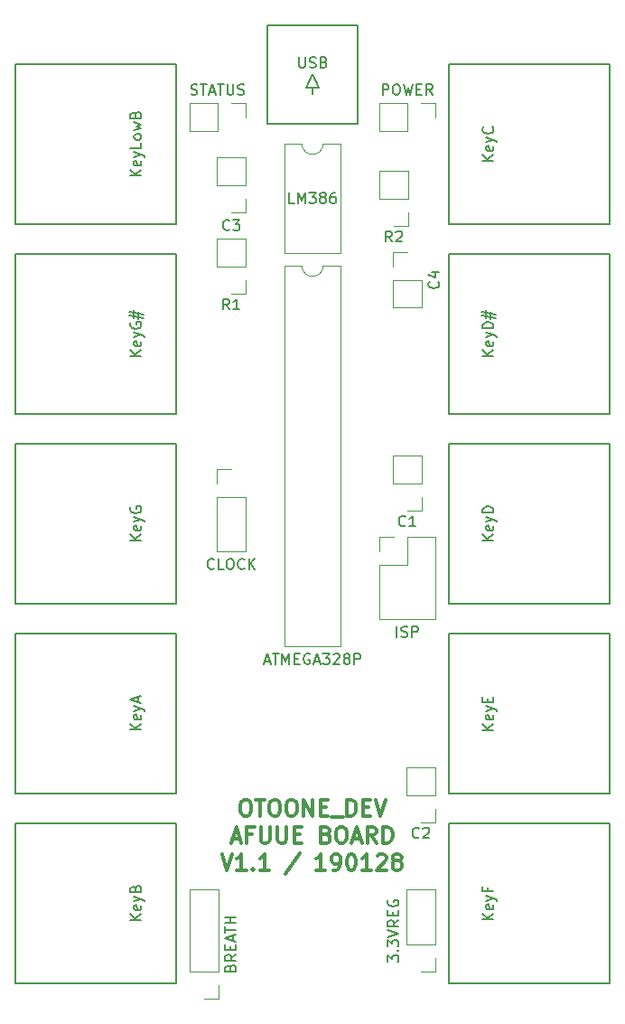
<source format=gto>
G04 #@! TF.FileFunction,Legend,Top*
%FSLAX46Y46*%
G04 Gerber Fmt 4.6, Leading zero omitted, Abs format (unit mm)*
G04 Created by KiCad (PCBNEW 4.0.1-stable) date 2019/01/29 0:04:04*
%MOMM*%
G01*
G04 APERTURE LIST*
%ADD10C,0.100000*%
%ADD11C,0.300000*%
%ADD12C,0.120000*%
%ADD13C,0.150000*%
G04 APERTURE END LIST*
D10*
D11*
X101990002Y-141418571D02*
X102490002Y-142918571D01*
X102990002Y-141418571D01*
X104275716Y-142918571D02*
X103418573Y-142918571D01*
X103847145Y-142918571D02*
X103847145Y-141418571D01*
X103704288Y-141632857D01*
X103561430Y-141775714D01*
X103418573Y-141847143D01*
X104918573Y-142775714D02*
X104990001Y-142847143D01*
X104918573Y-142918571D01*
X104847144Y-142847143D01*
X104918573Y-142775714D01*
X104918573Y-142918571D01*
X106418573Y-142918571D02*
X105561430Y-142918571D01*
X105990002Y-142918571D02*
X105990002Y-141418571D01*
X105847145Y-141632857D01*
X105704287Y-141775714D01*
X105561430Y-141847143D01*
X109275715Y-141347143D02*
X107990001Y-143275714D01*
X111704287Y-142918571D02*
X110847144Y-142918571D01*
X111275716Y-142918571D02*
X111275716Y-141418571D01*
X111132859Y-141632857D01*
X110990001Y-141775714D01*
X110847144Y-141847143D01*
X112418572Y-142918571D02*
X112704287Y-142918571D01*
X112847144Y-142847143D01*
X112918572Y-142775714D01*
X113061430Y-142561429D01*
X113132858Y-142275714D01*
X113132858Y-141704286D01*
X113061430Y-141561429D01*
X112990001Y-141490000D01*
X112847144Y-141418571D01*
X112561430Y-141418571D01*
X112418572Y-141490000D01*
X112347144Y-141561429D01*
X112275715Y-141704286D01*
X112275715Y-142061429D01*
X112347144Y-142204286D01*
X112418572Y-142275714D01*
X112561430Y-142347143D01*
X112847144Y-142347143D01*
X112990001Y-142275714D01*
X113061430Y-142204286D01*
X113132858Y-142061429D01*
X114061429Y-141418571D02*
X114204286Y-141418571D01*
X114347143Y-141490000D01*
X114418572Y-141561429D01*
X114490001Y-141704286D01*
X114561429Y-141990000D01*
X114561429Y-142347143D01*
X114490001Y-142632857D01*
X114418572Y-142775714D01*
X114347143Y-142847143D01*
X114204286Y-142918571D01*
X114061429Y-142918571D01*
X113918572Y-142847143D01*
X113847143Y-142775714D01*
X113775715Y-142632857D01*
X113704286Y-142347143D01*
X113704286Y-141990000D01*
X113775715Y-141704286D01*
X113847143Y-141561429D01*
X113918572Y-141490000D01*
X114061429Y-141418571D01*
X115990000Y-142918571D02*
X115132857Y-142918571D01*
X115561429Y-142918571D02*
X115561429Y-141418571D01*
X115418572Y-141632857D01*
X115275714Y-141775714D01*
X115132857Y-141847143D01*
X116561428Y-141561429D02*
X116632857Y-141490000D01*
X116775714Y-141418571D01*
X117132857Y-141418571D01*
X117275714Y-141490000D01*
X117347143Y-141561429D01*
X117418571Y-141704286D01*
X117418571Y-141847143D01*
X117347143Y-142061429D01*
X116490000Y-142918571D01*
X117418571Y-142918571D01*
X118275714Y-142061429D02*
X118132856Y-141990000D01*
X118061428Y-141918571D01*
X117989999Y-141775714D01*
X117989999Y-141704286D01*
X118061428Y-141561429D01*
X118132856Y-141490000D01*
X118275714Y-141418571D01*
X118561428Y-141418571D01*
X118704285Y-141490000D01*
X118775714Y-141561429D01*
X118847142Y-141704286D01*
X118847142Y-141775714D01*
X118775714Y-141918571D01*
X118704285Y-141990000D01*
X118561428Y-142061429D01*
X118275714Y-142061429D01*
X118132856Y-142132857D01*
X118061428Y-142204286D01*
X117989999Y-142347143D01*
X117989999Y-142632857D01*
X118061428Y-142775714D01*
X118132856Y-142847143D01*
X118275714Y-142918571D01*
X118561428Y-142918571D01*
X118704285Y-142847143D01*
X118775714Y-142775714D01*
X118847142Y-142632857D01*
X118847142Y-142347143D01*
X118775714Y-142204286D01*
X118704285Y-142132857D01*
X118561428Y-142061429D01*
X102990000Y-139950000D02*
X103704286Y-139950000D01*
X102847143Y-140378571D02*
X103347143Y-138878571D01*
X103847143Y-140378571D01*
X104847143Y-139592857D02*
X104347143Y-139592857D01*
X104347143Y-140378571D02*
X104347143Y-138878571D01*
X105061429Y-138878571D01*
X105632857Y-138878571D02*
X105632857Y-140092857D01*
X105704285Y-140235714D01*
X105775714Y-140307143D01*
X105918571Y-140378571D01*
X106204285Y-140378571D01*
X106347143Y-140307143D01*
X106418571Y-140235714D01*
X106490000Y-140092857D01*
X106490000Y-138878571D01*
X107204286Y-138878571D02*
X107204286Y-140092857D01*
X107275714Y-140235714D01*
X107347143Y-140307143D01*
X107490000Y-140378571D01*
X107775714Y-140378571D01*
X107918572Y-140307143D01*
X107990000Y-140235714D01*
X108061429Y-140092857D01*
X108061429Y-138878571D01*
X108775715Y-139592857D02*
X109275715Y-139592857D01*
X109490001Y-140378571D02*
X108775715Y-140378571D01*
X108775715Y-138878571D01*
X109490001Y-138878571D01*
X111775715Y-139592857D02*
X111990001Y-139664286D01*
X112061429Y-139735714D01*
X112132858Y-139878571D01*
X112132858Y-140092857D01*
X112061429Y-140235714D01*
X111990001Y-140307143D01*
X111847143Y-140378571D01*
X111275715Y-140378571D01*
X111275715Y-138878571D01*
X111775715Y-138878571D01*
X111918572Y-138950000D01*
X111990001Y-139021429D01*
X112061429Y-139164286D01*
X112061429Y-139307143D01*
X111990001Y-139450000D01*
X111918572Y-139521429D01*
X111775715Y-139592857D01*
X111275715Y-139592857D01*
X113061429Y-138878571D02*
X113347143Y-138878571D01*
X113490001Y-138950000D01*
X113632858Y-139092857D01*
X113704286Y-139378571D01*
X113704286Y-139878571D01*
X113632858Y-140164286D01*
X113490001Y-140307143D01*
X113347143Y-140378571D01*
X113061429Y-140378571D01*
X112918572Y-140307143D01*
X112775715Y-140164286D01*
X112704286Y-139878571D01*
X112704286Y-139378571D01*
X112775715Y-139092857D01*
X112918572Y-138950000D01*
X113061429Y-138878571D01*
X114275715Y-139950000D02*
X114990001Y-139950000D01*
X114132858Y-140378571D02*
X114632858Y-138878571D01*
X115132858Y-140378571D01*
X116490001Y-140378571D02*
X115990001Y-139664286D01*
X115632858Y-140378571D02*
X115632858Y-138878571D01*
X116204286Y-138878571D01*
X116347144Y-138950000D01*
X116418572Y-139021429D01*
X116490001Y-139164286D01*
X116490001Y-139378571D01*
X116418572Y-139521429D01*
X116347144Y-139592857D01*
X116204286Y-139664286D01*
X115632858Y-139664286D01*
X117132858Y-140378571D02*
X117132858Y-138878571D01*
X117490001Y-138878571D01*
X117704286Y-138950000D01*
X117847144Y-139092857D01*
X117918572Y-139235714D01*
X117990001Y-139521429D01*
X117990001Y-139735714D01*
X117918572Y-140021429D01*
X117847144Y-140164286D01*
X117704286Y-140307143D01*
X117490001Y-140378571D01*
X117132858Y-140378571D01*
X104097142Y-136338571D02*
X104382856Y-136338571D01*
X104525714Y-136410000D01*
X104668571Y-136552857D01*
X104739999Y-136838571D01*
X104739999Y-137338571D01*
X104668571Y-137624286D01*
X104525714Y-137767143D01*
X104382856Y-137838571D01*
X104097142Y-137838571D01*
X103954285Y-137767143D01*
X103811428Y-137624286D01*
X103739999Y-137338571D01*
X103739999Y-136838571D01*
X103811428Y-136552857D01*
X103954285Y-136410000D01*
X104097142Y-136338571D01*
X105168571Y-136338571D02*
X106025714Y-136338571D01*
X105597143Y-137838571D02*
X105597143Y-136338571D01*
X106811428Y-136338571D02*
X107097142Y-136338571D01*
X107240000Y-136410000D01*
X107382857Y-136552857D01*
X107454285Y-136838571D01*
X107454285Y-137338571D01*
X107382857Y-137624286D01*
X107240000Y-137767143D01*
X107097142Y-137838571D01*
X106811428Y-137838571D01*
X106668571Y-137767143D01*
X106525714Y-137624286D01*
X106454285Y-137338571D01*
X106454285Y-136838571D01*
X106525714Y-136552857D01*
X106668571Y-136410000D01*
X106811428Y-136338571D01*
X108382857Y-136338571D02*
X108668571Y-136338571D01*
X108811429Y-136410000D01*
X108954286Y-136552857D01*
X109025714Y-136838571D01*
X109025714Y-137338571D01*
X108954286Y-137624286D01*
X108811429Y-137767143D01*
X108668571Y-137838571D01*
X108382857Y-137838571D01*
X108240000Y-137767143D01*
X108097143Y-137624286D01*
X108025714Y-137338571D01*
X108025714Y-136838571D01*
X108097143Y-136552857D01*
X108240000Y-136410000D01*
X108382857Y-136338571D01*
X109668572Y-137838571D02*
X109668572Y-136338571D01*
X110525715Y-137838571D01*
X110525715Y-136338571D01*
X111240001Y-137052857D02*
X111740001Y-137052857D01*
X111954287Y-137838571D02*
X111240001Y-137838571D01*
X111240001Y-136338571D01*
X111954287Y-136338571D01*
X112240001Y-137981429D02*
X113382858Y-137981429D01*
X113740001Y-137838571D02*
X113740001Y-136338571D01*
X114097144Y-136338571D01*
X114311429Y-136410000D01*
X114454287Y-136552857D01*
X114525715Y-136695714D01*
X114597144Y-136981429D01*
X114597144Y-137195714D01*
X114525715Y-137481429D01*
X114454287Y-137624286D01*
X114311429Y-137767143D01*
X114097144Y-137838571D01*
X113740001Y-137838571D01*
X115240001Y-137052857D02*
X115740001Y-137052857D01*
X115954287Y-137838571D02*
X115240001Y-137838571D01*
X115240001Y-136338571D01*
X115954287Y-136338571D01*
X116382858Y-136338571D02*
X116882858Y-137838571D01*
X117382858Y-136338571D01*
D12*
X111490000Y-86300000D02*
G75*
G02X109490000Y-86300000I-1000000J0D01*
G01*
X109490000Y-86300000D02*
X107840000Y-86300000D01*
X107840000Y-86300000D02*
X107840000Y-121980000D01*
X107840000Y-121980000D02*
X113140000Y-121980000D01*
X113140000Y-121980000D02*
X113140000Y-86300000D01*
X113140000Y-86300000D02*
X111490000Y-86300000D01*
X116780000Y-119440000D02*
X121980000Y-119440000D01*
X116780000Y-114300000D02*
X116780000Y-119440000D01*
X121980000Y-111700000D02*
X121980000Y-119440000D01*
X116780000Y-114300000D02*
X119380000Y-114300000D01*
X119380000Y-114300000D02*
X119380000Y-111700000D01*
X119380000Y-111700000D02*
X121980000Y-111700000D01*
X116780000Y-113030000D02*
X116780000Y-111700000D01*
X116780000Y-111700000D02*
X118110000Y-111700000D01*
X101540000Y-113090000D02*
X104200000Y-113090000D01*
X101540000Y-107950000D02*
X101540000Y-113090000D01*
X104200000Y-107950000D02*
X104200000Y-113090000D01*
X101540000Y-107950000D02*
X104200000Y-107950000D01*
X101540000Y-106680000D02*
X101540000Y-105350000D01*
X101540000Y-105350000D02*
X102870000Y-105350000D01*
X101660000Y-144720000D02*
X99000000Y-144720000D01*
X101660000Y-152400000D02*
X101660000Y-144720000D01*
X99000000Y-152400000D02*
X99000000Y-144720000D01*
X101660000Y-152400000D02*
X99000000Y-152400000D01*
X101660000Y-153670000D02*
X101660000Y-155000000D01*
X101660000Y-155000000D02*
X100330000Y-155000000D01*
X116780000Y-71060000D02*
X116780000Y-73720000D01*
X119380000Y-71060000D02*
X116780000Y-71060000D01*
X119380000Y-73720000D02*
X116780000Y-73720000D01*
X119380000Y-71060000D02*
X119380000Y-73720000D01*
X120650000Y-71060000D02*
X121980000Y-71060000D01*
X121980000Y-71060000D02*
X121980000Y-72390000D01*
X104200000Y-83760000D02*
X101540000Y-83760000D01*
X104200000Y-86360000D02*
X104200000Y-83760000D01*
X101540000Y-86360000D02*
X101540000Y-83760000D01*
X104200000Y-86360000D02*
X101540000Y-86360000D01*
X104200000Y-87630000D02*
X104200000Y-88960000D01*
X104200000Y-88960000D02*
X102870000Y-88960000D01*
X119440000Y-77410000D02*
X116780000Y-77410000D01*
X119440000Y-80010000D02*
X119440000Y-77410000D01*
X116780000Y-80010000D02*
X116780000Y-77410000D01*
X119440000Y-80010000D02*
X116780000Y-80010000D01*
X119440000Y-81280000D02*
X119440000Y-82610000D01*
X119440000Y-82610000D02*
X118110000Y-82610000D01*
X99000000Y-71060000D02*
X99000000Y-73720000D01*
X101600000Y-71060000D02*
X99000000Y-71060000D01*
X101600000Y-73720000D02*
X99000000Y-73720000D01*
X101600000Y-71060000D02*
X101600000Y-73720000D01*
X102870000Y-71060000D02*
X104200000Y-71060000D01*
X104200000Y-71060000D02*
X104200000Y-72390000D01*
X121980000Y-144720000D02*
X119320000Y-144720000D01*
X121980000Y-149860000D02*
X121980000Y-144720000D01*
X119320000Y-149860000D02*
X119320000Y-144720000D01*
X121980000Y-149860000D02*
X119320000Y-149860000D01*
X121980000Y-151130000D02*
X121980000Y-152460000D01*
X121980000Y-152460000D02*
X120650000Y-152460000D01*
D13*
X82670000Y-82430000D02*
X82670000Y-67430000D01*
X82670000Y-67430000D02*
X97670000Y-67430000D01*
X97670000Y-67430000D02*
X97670000Y-82430000D01*
X97670000Y-82430000D02*
X82670000Y-82430000D01*
X82670000Y-100210000D02*
X82670000Y-85210000D01*
X82670000Y-85210000D02*
X97670000Y-85210000D01*
X97670000Y-85210000D02*
X97670000Y-100210000D01*
X97670000Y-100210000D02*
X82670000Y-100210000D01*
X82670000Y-117990000D02*
X82670000Y-102990000D01*
X82670000Y-102990000D02*
X97670000Y-102990000D01*
X97670000Y-102990000D02*
X97670000Y-117990000D01*
X97670000Y-117990000D02*
X82670000Y-117990000D01*
X82670000Y-135770000D02*
X82670000Y-120770000D01*
X82670000Y-120770000D02*
X97670000Y-120770000D01*
X97670000Y-120770000D02*
X97670000Y-135770000D01*
X97670000Y-135770000D02*
X82670000Y-135770000D01*
X82670000Y-153550000D02*
X82670000Y-138550000D01*
X82670000Y-138550000D02*
X97670000Y-138550000D01*
X97670000Y-138550000D02*
X97670000Y-153550000D01*
X97670000Y-153550000D02*
X82670000Y-153550000D01*
X138310000Y-138550000D02*
X138310000Y-153550000D01*
X138310000Y-153550000D02*
X123310000Y-153550000D01*
X123310000Y-153550000D02*
X123310000Y-138550000D01*
X123310000Y-138550000D02*
X138310000Y-138550000D01*
X138310000Y-120770000D02*
X138310000Y-135770000D01*
X138310000Y-135770000D02*
X123310000Y-135770000D01*
X123310000Y-135770000D02*
X123310000Y-120770000D01*
X123310000Y-120770000D02*
X138310000Y-120770000D01*
X138310000Y-102990000D02*
X138310000Y-117990000D01*
X138310000Y-117990000D02*
X123310000Y-117990000D01*
X123310000Y-117990000D02*
X123310000Y-102990000D01*
X123310000Y-102990000D02*
X138310000Y-102990000D01*
X138310000Y-85210000D02*
X138310000Y-100210000D01*
X138310000Y-100210000D02*
X123310000Y-100210000D01*
X123310000Y-100210000D02*
X123310000Y-85210000D01*
X123310000Y-85210000D02*
X138310000Y-85210000D01*
X138310000Y-67430000D02*
X138310000Y-82430000D01*
X138310000Y-82430000D02*
X123310000Y-82430000D01*
X123310000Y-82430000D02*
X123310000Y-67430000D01*
X123310000Y-67430000D02*
X138310000Y-67430000D01*
D12*
X120710000Y-104080000D02*
X118050000Y-104080000D01*
X120710000Y-106680000D02*
X120710000Y-104080000D01*
X118050000Y-106680000D02*
X118050000Y-104080000D01*
X120710000Y-106680000D02*
X118050000Y-106680000D01*
X120710000Y-107950000D02*
X120710000Y-109280000D01*
X120710000Y-109280000D02*
X119380000Y-109280000D01*
X118050000Y-90230000D02*
X120710000Y-90230000D01*
X118050000Y-87630000D02*
X118050000Y-90230000D01*
X120710000Y-87630000D02*
X120710000Y-90230000D01*
X118050000Y-87630000D02*
X120710000Y-87630000D01*
X118050000Y-86360000D02*
X118050000Y-85030000D01*
X118050000Y-85030000D02*
X119380000Y-85030000D01*
X104200000Y-76140000D02*
X101540000Y-76140000D01*
X104200000Y-78740000D02*
X104200000Y-76140000D01*
X101540000Y-78740000D02*
X101540000Y-76140000D01*
X104200000Y-78740000D02*
X101540000Y-78740000D01*
X104200000Y-80010000D02*
X104200000Y-81340000D01*
X104200000Y-81340000D02*
X102870000Y-81340000D01*
X111490000Y-74870000D02*
G75*
G02X109490000Y-74870000I-1000000J0D01*
G01*
X109490000Y-74870000D02*
X107840000Y-74870000D01*
X107840000Y-74870000D02*
X107840000Y-85150000D01*
X107840000Y-85150000D02*
X113140000Y-85150000D01*
X113140000Y-85150000D02*
X113140000Y-74870000D01*
X113140000Y-74870000D02*
X111490000Y-74870000D01*
X121980000Y-133290000D02*
X119320000Y-133290000D01*
X121980000Y-135890000D02*
X121980000Y-133290000D01*
X119320000Y-135890000D02*
X119320000Y-133290000D01*
X121980000Y-135890000D02*
X119320000Y-135890000D01*
X121980000Y-137160000D02*
X121980000Y-138490000D01*
X121980000Y-138490000D02*
X120650000Y-138490000D01*
D13*
X110490000Y-69590000D02*
X110490000Y-70190000D01*
X111090000Y-69590000D02*
X109890000Y-69590000D01*
X109890000Y-69590000D02*
X110490000Y-68390000D01*
X110490000Y-68390000D02*
X111090000Y-69590000D01*
X114690000Y-63790000D02*
X106290000Y-63790000D01*
X106290000Y-63790000D02*
X106290000Y-72990000D01*
X106290000Y-72990000D02*
X114690000Y-72990000D01*
X114690000Y-72990000D02*
X114690000Y-63790000D01*
X105990000Y-123356667D02*
X106466191Y-123356667D01*
X105894762Y-123642381D02*
X106228095Y-122642381D01*
X106561429Y-123642381D01*
X106751905Y-122642381D02*
X107323334Y-122642381D01*
X107037619Y-123642381D02*
X107037619Y-122642381D01*
X107656667Y-123642381D02*
X107656667Y-122642381D01*
X107990001Y-123356667D01*
X108323334Y-122642381D01*
X108323334Y-123642381D01*
X108799524Y-123118571D02*
X109132858Y-123118571D01*
X109275715Y-123642381D02*
X108799524Y-123642381D01*
X108799524Y-122642381D01*
X109275715Y-122642381D01*
X110228096Y-122690000D02*
X110132858Y-122642381D01*
X109990001Y-122642381D01*
X109847143Y-122690000D01*
X109751905Y-122785238D01*
X109704286Y-122880476D01*
X109656667Y-123070952D01*
X109656667Y-123213810D01*
X109704286Y-123404286D01*
X109751905Y-123499524D01*
X109847143Y-123594762D01*
X109990001Y-123642381D01*
X110085239Y-123642381D01*
X110228096Y-123594762D01*
X110275715Y-123547143D01*
X110275715Y-123213810D01*
X110085239Y-123213810D01*
X110656667Y-123356667D02*
X111132858Y-123356667D01*
X110561429Y-123642381D02*
X110894762Y-122642381D01*
X111228096Y-123642381D01*
X111466191Y-122642381D02*
X112085239Y-122642381D01*
X111751905Y-123023333D01*
X111894763Y-123023333D01*
X111990001Y-123070952D01*
X112037620Y-123118571D01*
X112085239Y-123213810D01*
X112085239Y-123451905D01*
X112037620Y-123547143D01*
X111990001Y-123594762D01*
X111894763Y-123642381D01*
X111609048Y-123642381D01*
X111513810Y-123594762D01*
X111466191Y-123547143D01*
X112466191Y-122737619D02*
X112513810Y-122690000D01*
X112609048Y-122642381D01*
X112847144Y-122642381D01*
X112942382Y-122690000D01*
X112990001Y-122737619D01*
X113037620Y-122832857D01*
X113037620Y-122928095D01*
X112990001Y-123070952D01*
X112418572Y-123642381D01*
X113037620Y-123642381D01*
X113609048Y-123070952D02*
X113513810Y-123023333D01*
X113466191Y-122975714D01*
X113418572Y-122880476D01*
X113418572Y-122832857D01*
X113466191Y-122737619D01*
X113513810Y-122690000D01*
X113609048Y-122642381D01*
X113799525Y-122642381D01*
X113894763Y-122690000D01*
X113942382Y-122737619D01*
X113990001Y-122832857D01*
X113990001Y-122880476D01*
X113942382Y-122975714D01*
X113894763Y-123023333D01*
X113799525Y-123070952D01*
X113609048Y-123070952D01*
X113513810Y-123118571D01*
X113466191Y-123166190D01*
X113418572Y-123261429D01*
X113418572Y-123451905D01*
X113466191Y-123547143D01*
X113513810Y-123594762D01*
X113609048Y-123642381D01*
X113799525Y-123642381D01*
X113894763Y-123594762D01*
X113942382Y-123547143D01*
X113990001Y-123451905D01*
X113990001Y-123261429D01*
X113942382Y-123166190D01*
X113894763Y-123118571D01*
X113799525Y-123070952D01*
X114418572Y-123642381D02*
X114418572Y-122642381D01*
X114799525Y-122642381D01*
X114894763Y-122690000D01*
X114942382Y-122737619D01*
X114990001Y-122832857D01*
X114990001Y-122975714D01*
X114942382Y-123070952D01*
X114894763Y-123118571D01*
X114799525Y-123166190D01*
X114418572Y-123166190D01*
X118403810Y-121102381D02*
X118403810Y-120102381D01*
X118832381Y-121054762D02*
X118975238Y-121102381D01*
X119213334Y-121102381D01*
X119308572Y-121054762D01*
X119356191Y-121007143D01*
X119403810Y-120911905D01*
X119403810Y-120816667D01*
X119356191Y-120721429D01*
X119308572Y-120673810D01*
X119213334Y-120626190D01*
X119022857Y-120578571D01*
X118927619Y-120530952D01*
X118880000Y-120483333D01*
X118832381Y-120388095D01*
X118832381Y-120292857D01*
X118880000Y-120197619D01*
X118927619Y-120150000D01*
X119022857Y-120102381D01*
X119260953Y-120102381D01*
X119403810Y-120150000D01*
X119832381Y-121102381D02*
X119832381Y-120102381D01*
X120213334Y-120102381D01*
X120308572Y-120150000D01*
X120356191Y-120197619D01*
X120403810Y-120292857D01*
X120403810Y-120435714D01*
X120356191Y-120530952D01*
X120308572Y-120578571D01*
X120213334Y-120626190D01*
X119832381Y-120626190D01*
X101250953Y-114657143D02*
X101203334Y-114704762D01*
X101060477Y-114752381D01*
X100965239Y-114752381D01*
X100822381Y-114704762D01*
X100727143Y-114609524D01*
X100679524Y-114514286D01*
X100631905Y-114323810D01*
X100631905Y-114180952D01*
X100679524Y-113990476D01*
X100727143Y-113895238D01*
X100822381Y-113800000D01*
X100965239Y-113752381D01*
X101060477Y-113752381D01*
X101203334Y-113800000D01*
X101250953Y-113847619D01*
X102155715Y-114752381D02*
X101679524Y-114752381D01*
X101679524Y-113752381D01*
X102679524Y-113752381D02*
X102870001Y-113752381D01*
X102965239Y-113800000D01*
X103060477Y-113895238D01*
X103108096Y-114085714D01*
X103108096Y-114419048D01*
X103060477Y-114609524D01*
X102965239Y-114704762D01*
X102870001Y-114752381D01*
X102679524Y-114752381D01*
X102584286Y-114704762D01*
X102489048Y-114609524D01*
X102441429Y-114419048D01*
X102441429Y-114085714D01*
X102489048Y-113895238D01*
X102584286Y-113800000D01*
X102679524Y-113752381D01*
X104108096Y-114657143D02*
X104060477Y-114704762D01*
X103917620Y-114752381D01*
X103822382Y-114752381D01*
X103679524Y-114704762D01*
X103584286Y-114609524D01*
X103536667Y-114514286D01*
X103489048Y-114323810D01*
X103489048Y-114180952D01*
X103536667Y-113990476D01*
X103584286Y-113895238D01*
X103679524Y-113800000D01*
X103822382Y-113752381D01*
X103917620Y-113752381D01*
X104060477Y-113800000D01*
X104108096Y-113847619D01*
X104536667Y-114752381D02*
X104536667Y-113752381D01*
X105108096Y-114752381D02*
X104679524Y-114180952D01*
X105108096Y-113752381D02*
X104536667Y-114323810D01*
X102798571Y-152074285D02*
X102846190Y-151931428D01*
X102893810Y-151883809D01*
X102989048Y-151836190D01*
X103131905Y-151836190D01*
X103227143Y-151883809D01*
X103274762Y-151931428D01*
X103322381Y-152026666D01*
X103322381Y-152407619D01*
X102322381Y-152407619D01*
X102322381Y-152074285D01*
X102370000Y-151979047D01*
X102417619Y-151931428D01*
X102512857Y-151883809D01*
X102608095Y-151883809D01*
X102703333Y-151931428D01*
X102750952Y-151979047D01*
X102798571Y-152074285D01*
X102798571Y-152407619D01*
X103322381Y-150836190D02*
X102846190Y-151169524D01*
X103322381Y-151407619D02*
X102322381Y-151407619D01*
X102322381Y-151026666D01*
X102370000Y-150931428D01*
X102417619Y-150883809D01*
X102512857Y-150836190D01*
X102655714Y-150836190D01*
X102750952Y-150883809D01*
X102798571Y-150931428D01*
X102846190Y-151026666D01*
X102846190Y-151407619D01*
X102798571Y-150407619D02*
X102798571Y-150074285D01*
X103322381Y-149931428D02*
X103322381Y-150407619D01*
X102322381Y-150407619D01*
X102322381Y-149931428D01*
X103036667Y-149550476D02*
X103036667Y-149074285D01*
X103322381Y-149645714D02*
X102322381Y-149312381D01*
X103322381Y-148979047D01*
X102322381Y-148788571D02*
X102322381Y-148217142D01*
X103322381Y-148502857D02*
X102322381Y-148502857D01*
X103322381Y-147883809D02*
X102322381Y-147883809D01*
X102798571Y-147883809D02*
X102798571Y-147312380D01*
X103322381Y-147312380D02*
X102322381Y-147312380D01*
X117070476Y-70302381D02*
X117070476Y-69302381D01*
X117451429Y-69302381D01*
X117546667Y-69350000D01*
X117594286Y-69397619D01*
X117641905Y-69492857D01*
X117641905Y-69635714D01*
X117594286Y-69730952D01*
X117546667Y-69778571D01*
X117451429Y-69826190D01*
X117070476Y-69826190D01*
X118260952Y-69302381D02*
X118451429Y-69302381D01*
X118546667Y-69350000D01*
X118641905Y-69445238D01*
X118689524Y-69635714D01*
X118689524Y-69969048D01*
X118641905Y-70159524D01*
X118546667Y-70254762D01*
X118451429Y-70302381D01*
X118260952Y-70302381D01*
X118165714Y-70254762D01*
X118070476Y-70159524D01*
X118022857Y-69969048D01*
X118022857Y-69635714D01*
X118070476Y-69445238D01*
X118165714Y-69350000D01*
X118260952Y-69302381D01*
X119022857Y-69302381D02*
X119260952Y-70302381D01*
X119451429Y-69588095D01*
X119641905Y-70302381D01*
X119880000Y-69302381D01*
X120260952Y-69778571D02*
X120594286Y-69778571D01*
X120737143Y-70302381D02*
X120260952Y-70302381D01*
X120260952Y-69302381D01*
X120737143Y-69302381D01*
X121737143Y-70302381D02*
X121403809Y-69826190D01*
X121165714Y-70302381D02*
X121165714Y-69302381D01*
X121546667Y-69302381D01*
X121641905Y-69350000D01*
X121689524Y-69397619D01*
X121737143Y-69492857D01*
X121737143Y-69635714D01*
X121689524Y-69730952D01*
X121641905Y-69778571D01*
X121546667Y-69826190D01*
X121165714Y-69826190D01*
X102703334Y-90412381D02*
X102370000Y-89936190D01*
X102131905Y-90412381D02*
X102131905Y-89412381D01*
X102512858Y-89412381D01*
X102608096Y-89460000D01*
X102655715Y-89507619D01*
X102703334Y-89602857D01*
X102703334Y-89745714D01*
X102655715Y-89840952D01*
X102608096Y-89888571D01*
X102512858Y-89936190D01*
X102131905Y-89936190D01*
X103655715Y-90412381D02*
X103084286Y-90412381D01*
X103370000Y-90412381D02*
X103370000Y-89412381D01*
X103274762Y-89555238D01*
X103179524Y-89650476D01*
X103084286Y-89698095D01*
X117943334Y-84062381D02*
X117610000Y-83586190D01*
X117371905Y-84062381D02*
X117371905Y-83062381D01*
X117752858Y-83062381D01*
X117848096Y-83110000D01*
X117895715Y-83157619D01*
X117943334Y-83252857D01*
X117943334Y-83395714D01*
X117895715Y-83490952D01*
X117848096Y-83538571D01*
X117752858Y-83586190D01*
X117371905Y-83586190D01*
X118324286Y-83157619D02*
X118371905Y-83110000D01*
X118467143Y-83062381D01*
X118705239Y-83062381D01*
X118800477Y-83110000D01*
X118848096Y-83157619D01*
X118895715Y-83252857D01*
X118895715Y-83348095D01*
X118848096Y-83490952D01*
X118276667Y-84062381D01*
X118895715Y-84062381D01*
X99123809Y-70254762D02*
X99266666Y-70302381D01*
X99504762Y-70302381D01*
X99600000Y-70254762D01*
X99647619Y-70207143D01*
X99695238Y-70111905D01*
X99695238Y-70016667D01*
X99647619Y-69921429D01*
X99600000Y-69873810D01*
X99504762Y-69826190D01*
X99314285Y-69778571D01*
X99219047Y-69730952D01*
X99171428Y-69683333D01*
X99123809Y-69588095D01*
X99123809Y-69492857D01*
X99171428Y-69397619D01*
X99219047Y-69350000D01*
X99314285Y-69302381D01*
X99552381Y-69302381D01*
X99695238Y-69350000D01*
X99980952Y-69302381D02*
X100552381Y-69302381D01*
X100266666Y-70302381D02*
X100266666Y-69302381D01*
X100838095Y-70016667D02*
X101314286Y-70016667D01*
X100742857Y-70302381D02*
X101076190Y-69302381D01*
X101409524Y-70302381D01*
X101600000Y-69302381D02*
X102171429Y-69302381D01*
X101885714Y-70302381D02*
X101885714Y-69302381D01*
X102504762Y-69302381D02*
X102504762Y-70111905D01*
X102552381Y-70207143D01*
X102600000Y-70254762D01*
X102695238Y-70302381D01*
X102885715Y-70302381D01*
X102980953Y-70254762D01*
X103028572Y-70207143D01*
X103076191Y-70111905D01*
X103076191Y-69302381D01*
X103504762Y-70254762D02*
X103647619Y-70302381D01*
X103885715Y-70302381D01*
X103980953Y-70254762D01*
X104028572Y-70207143D01*
X104076191Y-70111905D01*
X104076191Y-70016667D01*
X104028572Y-69921429D01*
X103980953Y-69873810D01*
X103885715Y-69826190D01*
X103695238Y-69778571D01*
X103600000Y-69730952D01*
X103552381Y-69683333D01*
X103504762Y-69588095D01*
X103504762Y-69492857D01*
X103552381Y-69397619D01*
X103600000Y-69350000D01*
X103695238Y-69302381D01*
X103933334Y-69302381D01*
X104076191Y-69350000D01*
X117562381Y-151518571D02*
X117562381Y-150899523D01*
X117943333Y-151232857D01*
X117943333Y-151089999D01*
X117990952Y-150994761D01*
X118038571Y-150947142D01*
X118133810Y-150899523D01*
X118371905Y-150899523D01*
X118467143Y-150947142D01*
X118514762Y-150994761D01*
X118562381Y-151089999D01*
X118562381Y-151375714D01*
X118514762Y-151470952D01*
X118467143Y-151518571D01*
X118467143Y-150470952D02*
X118514762Y-150423333D01*
X118562381Y-150470952D01*
X118514762Y-150518571D01*
X118467143Y-150470952D01*
X118562381Y-150470952D01*
X117562381Y-150090000D02*
X117562381Y-149470952D01*
X117943333Y-149804286D01*
X117943333Y-149661428D01*
X117990952Y-149566190D01*
X118038571Y-149518571D01*
X118133810Y-149470952D01*
X118371905Y-149470952D01*
X118467143Y-149518571D01*
X118514762Y-149566190D01*
X118562381Y-149661428D01*
X118562381Y-149947143D01*
X118514762Y-150042381D01*
X118467143Y-150090000D01*
X117562381Y-149185238D02*
X118562381Y-148851905D01*
X117562381Y-148518571D01*
X118562381Y-147613809D02*
X118086190Y-147947143D01*
X118562381Y-148185238D02*
X117562381Y-148185238D01*
X117562381Y-147804285D01*
X117610000Y-147709047D01*
X117657619Y-147661428D01*
X117752857Y-147613809D01*
X117895714Y-147613809D01*
X117990952Y-147661428D01*
X118038571Y-147709047D01*
X118086190Y-147804285D01*
X118086190Y-148185238D01*
X118038571Y-147185238D02*
X118038571Y-146851904D01*
X118562381Y-146709047D02*
X118562381Y-147185238D01*
X117562381Y-147185238D01*
X117562381Y-146709047D01*
X117610000Y-145756666D02*
X117562381Y-145851904D01*
X117562381Y-145994761D01*
X117610000Y-146137619D01*
X117705238Y-146232857D01*
X117800476Y-146280476D01*
X117990952Y-146328095D01*
X118133810Y-146328095D01*
X118324286Y-146280476D01*
X118419524Y-146232857D01*
X118514762Y-146137619D01*
X118562381Y-145994761D01*
X118562381Y-145899523D01*
X118514762Y-145756666D01*
X118467143Y-145709047D01*
X118133810Y-145709047D01*
X118133810Y-145899523D01*
X94432381Y-77882381D02*
X93432381Y-77882381D01*
X94432381Y-77310952D02*
X93860952Y-77739524D01*
X93432381Y-77310952D02*
X94003810Y-77882381D01*
X94384762Y-76501428D02*
X94432381Y-76596666D01*
X94432381Y-76787143D01*
X94384762Y-76882381D01*
X94289524Y-76930000D01*
X93908571Y-76930000D01*
X93813333Y-76882381D01*
X93765714Y-76787143D01*
X93765714Y-76596666D01*
X93813333Y-76501428D01*
X93908571Y-76453809D01*
X94003810Y-76453809D01*
X94099048Y-76930000D01*
X93765714Y-76120476D02*
X94432381Y-75882381D01*
X93765714Y-75644285D02*
X94432381Y-75882381D01*
X94670476Y-75977619D01*
X94718095Y-76025238D01*
X94765714Y-76120476D01*
X94432381Y-74787142D02*
X94432381Y-75263333D01*
X93432381Y-75263333D01*
X94432381Y-74310952D02*
X94384762Y-74406190D01*
X94337143Y-74453809D01*
X94241905Y-74501428D01*
X93956190Y-74501428D01*
X93860952Y-74453809D01*
X93813333Y-74406190D01*
X93765714Y-74310952D01*
X93765714Y-74168094D01*
X93813333Y-74072856D01*
X93860952Y-74025237D01*
X93956190Y-73977618D01*
X94241905Y-73977618D01*
X94337143Y-74025237D01*
X94384762Y-74072856D01*
X94432381Y-74168094D01*
X94432381Y-74310952D01*
X93765714Y-73644285D02*
X94432381Y-73453809D01*
X93956190Y-73263332D01*
X94432381Y-73072856D01*
X93765714Y-72882380D01*
X93908571Y-72168094D02*
X93956190Y-72025237D01*
X94003810Y-71977618D01*
X94099048Y-71929999D01*
X94241905Y-71929999D01*
X94337143Y-71977618D01*
X94384762Y-72025237D01*
X94432381Y-72120475D01*
X94432381Y-72501428D01*
X93432381Y-72501428D01*
X93432381Y-72168094D01*
X93480000Y-72072856D01*
X93527619Y-72025237D01*
X93622857Y-71977618D01*
X93718095Y-71977618D01*
X93813333Y-72025237D01*
X93860952Y-72072856D01*
X93908571Y-72168094D01*
X93908571Y-72501428D01*
X94432381Y-94781429D02*
X93432381Y-94781429D01*
X94432381Y-94210000D02*
X93860952Y-94638572D01*
X93432381Y-94210000D02*
X94003810Y-94781429D01*
X94384762Y-93400476D02*
X94432381Y-93495714D01*
X94432381Y-93686191D01*
X94384762Y-93781429D01*
X94289524Y-93829048D01*
X93908571Y-93829048D01*
X93813333Y-93781429D01*
X93765714Y-93686191D01*
X93765714Y-93495714D01*
X93813333Y-93400476D01*
X93908571Y-93352857D01*
X94003810Y-93352857D01*
X94099048Y-93829048D01*
X93765714Y-93019524D02*
X94432381Y-92781429D01*
X93765714Y-92543333D02*
X94432381Y-92781429D01*
X94670476Y-92876667D01*
X94718095Y-92924286D01*
X94765714Y-93019524D01*
X93480000Y-91638571D02*
X93432381Y-91733809D01*
X93432381Y-91876666D01*
X93480000Y-92019524D01*
X93575238Y-92114762D01*
X93670476Y-92162381D01*
X93860952Y-92210000D01*
X94003810Y-92210000D01*
X94194286Y-92162381D01*
X94289524Y-92114762D01*
X94384762Y-92019524D01*
X94432381Y-91876666D01*
X94432381Y-91781428D01*
X94384762Y-91638571D01*
X94337143Y-91590952D01*
X94003810Y-91590952D01*
X94003810Y-91781428D01*
X93765714Y-91210000D02*
X93765714Y-90495714D01*
X93337143Y-90924286D02*
X94622857Y-91210000D01*
X94194286Y-90590952D02*
X94194286Y-91305238D01*
X94622857Y-90876666D02*
X93337143Y-90590952D01*
X94432381Y-112061429D02*
X93432381Y-112061429D01*
X94432381Y-111490000D02*
X93860952Y-111918572D01*
X93432381Y-111490000D02*
X94003810Y-112061429D01*
X94384762Y-110680476D02*
X94432381Y-110775714D01*
X94432381Y-110966191D01*
X94384762Y-111061429D01*
X94289524Y-111109048D01*
X93908571Y-111109048D01*
X93813333Y-111061429D01*
X93765714Y-110966191D01*
X93765714Y-110775714D01*
X93813333Y-110680476D01*
X93908571Y-110632857D01*
X94003810Y-110632857D01*
X94099048Y-111109048D01*
X93765714Y-110299524D02*
X94432381Y-110061429D01*
X93765714Y-109823333D02*
X94432381Y-110061429D01*
X94670476Y-110156667D01*
X94718095Y-110204286D01*
X94765714Y-110299524D01*
X93480000Y-108918571D02*
X93432381Y-109013809D01*
X93432381Y-109156666D01*
X93480000Y-109299524D01*
X93575238Y-109394762D01*
X93670476Y-109442381D01*
X93860952Y-109490000D01*
X94003810Y-109490000D01*
X94194286Y-109442381D01*
X94289524Y-109394762D01*
X94384762Y-109299524D01*
X94432381Y-109156666D01*
X94432381Y-109061428D01*
X94384762Y-108918571D01*
X94337143Y-108870952D01*
X94003810Y-108870952D01*
X94003810Y-109061428D01*
X94432381Y-129770000D02*
X93432381Y-129770000D01*
X94432381Y-129198571D02*
X93860952Y-129627143D01*
X93432381Y-129198571D02*
X94003810Y-129770000D01*
X94384762Y-128389047D02*
X94432381Y-128484285D01*
X94432381Y-128674762D01*
X94384762Y-128770000D01*
X94289524Y-128817619D01*
X93908571Y-128817619D01*
X93813333Y-128770000D01*
X93765714Y-128674762D01*
X93765714Y-128484285D01*
X93813333Y-128389047D01*
X93908571Y-128341428D01*
X94003810Y-128341428D01*
X94099048Y-128817619D01*
X93765714Y-128008095D02*
X94432381Y-127770000D01*
X93765714Y-127531904D02*
X94432381Y-127770000D01*
X94670476Y-127865238D01*
X94718095Y-127912857D01*
X94765714Y-128008095D01*
X94146667Y-127198571D02*
X94146667Y-126722380D01*
X94432381Y-127293809D02*
X93432381Y-126960476D01*
X94432381Y-126627142D01*
X94432381Y-147621429D02*
X93432381Y-147621429D01*
X94432381Y-147050000D02*
X93860952Y-147478572D01*
X93432381Y-147050000D02*
X94003810Y-147621429D01*
X94384762Y-146240476D02*
X94432381Y-146335714D01*
X94432381Y-146526191D01*
X94384762Y-146621429D01*
X94289524Y-146669048D01*
X93908571Y-146669048D01*
X93813333Y-146621429D01*
X93765714Y-146526191D01*
X93765714Y-146335714D01*
X93813333Y-146240476D01*
X93908571Y-146192857D01*
X94003810Y-146192857D01*
X94099048Y-146669048D01*
X93765714Y-145859524D02*
X94432381Y-145621429D01*
X93765714Y-145383333D02*
X94432381Y-145621429D01*
X94670476Y-145716667D01*
X94718095Y-145764286D01*
X94765714Y-145859524D01*
X93908571Y-144669047D02*
X93956190Y-144526190D01*
X94003810Y-144478571D01*
X94099048Y-144430952D01*
X94241905Y-144430952D01*
X94337143Y-144478571D01*
X94384762Y-144526190D01*
X94432381Y-144621428D01*
X94432381Y-145002381D01*
X93432381Y-145002381D01*
X93432381Y-144669047D01*
X93480000Y-144573809D01*
X93527619Y-144526190D01*
X93622857Y-144478571D01*
X93718095Y-144478571D01*
X93813333Y-144526190D01*
X93860952Y-144573809D01*
X93908571Y-144669047D01*
X93908571Y-145002381D01*
X127452381Y-147550000D02*
X126452381Y-147550000D01*
X127452381Y-146978571D02*
X126880952Y-147407143D01*
X126452381Y-146978571D02*
X127023810Y-147550000D01*
X127404762Y-146169047D02*
X127452381Y-146264285D01*
X127452381Y-146454762D01*
X127404762Y-146550000D01*
X127309524Y-146597619D01*
X126928571Y-146597619D01*
X126833333Y-146550000D01*
X126785714Y-146454762D01*
X126785714Y-146264285D01*
X126833333Y-146169047D01*
X126928571Y-146121428D01*
X127023810Y-146121428D01*
X127119048Y-146597619D01*
X126785714Y-145788095D02*
X127452381Y-145550000D01*
X126785714Y-145311904D02*
X127452381Y-145550000D01*
X127690476Y-145645238D01*
X127738095Y-145692857D01*
X127785714Y-145788095D01*
X126928571Y-144597618D02*
X126928571Y-144930952D01*
X127452381Y-144930952D02*
X126452381Y-144930952D01*
X126452381Y-144454761D01*
X127452381Y-129793810D02*
X126452381Y-129793810D01*
X127452381Y-129222381D02*
X126880952Y-129650953D01*
X126452381Y-129222381D02*
X127023810Y-129793810D01*
X127404762Y-128412857D02*
X127452381Y-128508095D01*
X127452381Y-128698572D01*
X127404762Y-128793810D01*
X127309524Y-128841429D01*
X126928571Y-128841429D01*
X126833333Y-128793810D01*
X126785714Y-128698572D01*
X126785714Y-128508095D01*
X126833333Y-128412857D01*
X126928571Y-128365238D01*
X127023810Y-128365238D01*
X127119048Y-128841429D01*
X126785714Y-128031905D02*
X127452381Y-127793810D01*
X126785714Y-127555714D02*
X127452381Y-127793810D01*
X127690476Y-127889048D01*
X127738095Y-127936667D01*
X127785714Y-128031905D01*
X126928571Y-127174762D02*
X126928571Y-126841428D01*
X127452381Y-126698571D02*
X127452381Y-127174762D01*
X126452381Y-127174762D01*
X126452381Y-126698571D01*
X127452381Y-112061429D02*
X126452381Y-112061429D01*
X127452381Y-111490000D02*
X126880952Y-111918572D01*
X126452381Y-111490000D02*
X127023810Y-112061429D01*
X127404762Y-110680476D02*
X127452381Y-110775714D01*
X127452381Y-110966191D01*
X127404762Y-111061429D01*
X127309524Y-111109048D01*
X126928571Y-111109048D01*
X126833333Y-111061429D01*
X126785714Y-110966191D01*
X126785714Y-110775714D01*
X126833333Y-110680476D01*
X126928571Y-110632857D01*
X127023810Y-110632857D01*
X127119048Y-111109048D01*
X126785714Y-110299524D02*
X127452381Y-110061429D01*
X126785714Y-109823333D02*
X127452381Y-110061429D01*
X127690476Y-110156667D01*
X127738095Y-110204286D01*
X127785714Y-110299524D01*
X127452381Y-109442381D02*
X126452381Y-109442381D01*
X126452381Y-109204286D01*
X126500000Y-109061428D01*
X126595238Y-108966190D01*
X126690476Y-108918571D01*
X126880952Y-108870952D01*
X127023810Y-108870952D01*
X127214286Y-108918571D01*
X127309524Y-108966190D01*
X127404762Y-109061428D01*
X127452381Y-109204286D01*
X127452381Y-109442381D01*
X127452381Y-94781429D02*
X126452381Y-94781429D01*
X127452381Y-94210000D02*
X126880952Y-94638572D01*
X126452381Y-94210000D02*
X127023810Y-94781429D01*
X127404762Y-93400476D02*
X127452381Y-93495714D01*
X127452381Y-93686191D01*
X127404762Y-93781429D01*
X127309524Y-93829048D01*
X126928571Y-93829048D01*
X126833333Y-93781429D01*
X126785714Y-93686191D01*
X126785714Y-93495714D01*
X126833333Y-93400476D01*
X126928571Y-93352857D01*
X127023810Y-93352857D01*
X127119048Y-93829048D01*
X126785714Y-93019524D02*
X127452381Y-92781429D01*
X126785714Y-92543333D02*
X127452381Y-92781429D01*
X127690476Y-92876667D01*
X127738095Y-92924286D01*
X127785714Y-93019524D01*
X127452381Y-92162381D02*
X126452381Y-92162381D01*
X126452381Y-91924286D01*
X126500000Y-91781428D01*
X126595238Y-91686190D01*
X126690476Y-91638571D01*
X126880952Y-91590952D01*
X127023810Y-91590952D01*
X127214286Y-91638571D01*
X127309524Y-91686190D01*
X127404762Y-91781428D01*
X127452381Y-91924286D01*
X127452381Y-92162381D01*
X126785714Y-91210000D02*
X126785714Y-90495714D01*
X126357143Y-90924286D02*
X127642857Y-91210000D01*
X127214286Y-90590952D02*
X127214286Y-91305238D01*
X127642857Y-90876666D02*
X126357143Y-90590952D01*
X127452381Y-76501429D02*
X126452381Y-76501429D01*
X127452381Y-75930000D02*
X126880952Y-76358572D01*
X126452381Y-75930000D02*
X127023810Y-76501429D01*
X127404762Y-75120476D02*
X127452381Y-75215714D01*
X127452381Y-75406191D01*
X127404762Y-75501429D01*
X127309524Y-75549048D01*
X126928571Y-75549048D01*
X126833333Y-75501429D01*
X126785714Y-75406191D01*
X126785714Y-75215714D01*
X126833333Y-75120476D01*
X126928571Y-75072857D01*
X127023810Y-75072857D01*
X127119048Y-75549048D01*
X126785714Y-74739524D02*
X127452381Y-74501429D01*
X126785714Y-74263333D02*
X127452381Y-74501429D01*
X127690476Y-74596667D01*
X127738095Y-74644286D01*
X127785714Y-74739524D01*
X127357143Y-73310952D02*
X127404762Y-73358571D01*
X127452381Y-73501428D01*
X127452381Y-73596666D01*
X127404762Y-73739524D01*
X127309524Y-73834762D01*
X127214286Y-73882381D01*
X127023810Y-73930000D01*
X126880952Y-73930000D01*
X126690476Y-73882381D01*
X126595238Y-73834762D01*
X126500000Y-73739524D01*
X126452381Y-73596666D01*
X126452381Y-73501428D01*
X126500000Y-73358571D01*
X126547619Y-73310952D01*
X119213334Y-110637143D02*
X119165715Y-110684762D01*
X119022858Y-110732381D01*
X118927620Y-110732381D01*
X118784762Y-110684762D01*
X118689524Y-110589524D01*
X118641905Y-110494286D01*
X118594286Y-110303810D01*
X118594286Y-110160952D01*
X118641905Y-109970476D01*
X118689524Y-109875238D01*
X118784762Y-109780000D01*
X118927620Y-109732381D01*
X119022858Y-109732381D01*
X119165715Y-109780000D01*
X119213334Y-109827619D01*
X120165715Y-110732381D02*
X119594286Y-110732381D01*
X119880000Y-110732381D02*
X119880000Y-109732381D01*
X119784762Y-109875238D01*
X119689524Y-109970476D01*
X119594286Y-110018095D01*
X122277143Y-87796666D02*
X122324762Y-87844285D01*
X122372381Y-87987142D01*
X122372381Y-88082380D01*
X122324762Y-88225238D01*
X122229524Y-88320476D01*
X122134286Y-88368095D01*
X121943810Y-88415714D01*
X121800952Y-88415714D01*
X121610476Y-88368095D01*
X121515238Y-88320476D01*
X121420000Y-88225238D01*
X121372381Y-88082380D01*
X121372381Y-87987142D01*
X121420000Y-87844285D01*
X121467619Y-87796666D01*
X121705714Y-86939523D02*
X122372381Y-86939523D01*
X121324762Y-87177619D02*
X122039048Y-87415714D01*
X122039048Y-86796666D01*
X102703334Y-82907143D02*
X102655715Y-82954762D01*
X102512858Y-83002381D01*
X102417620Y-83002381D01*
X102274762Y-82954762D01*
X102179524Y-82859524D01*
X102131905Y-82764286D01*
X102084286Y-82573810D01*
X102084286Y-82430952D01*
X102131905Y-82240476D01*
X102179524Y-82145238D01*
X102274762Y-82050000D01*
X102417620Y-82002381D01*
X102512858Y-82002381D01*
X102655715Y-82050000D01*
X102703334Y-82097619D01*
X103036667Y-82002381D02*
X103655715Y-82002381D01*
X103322381Y-82383333D01*
X103465239Y-82383333D01*
X103560477Y-82430952D01*
X103608096Y-82478571D01*
X103655715Y-82573810D01*
X103655715Y-82811905D01*
X103608096Y-82907143D01*
X103560477Y-82954762D01*
X103465239Y-83002381D01*
X103179524Y-83002381D01*
X103084286Y-82954762D01*
X103036667Y-82907143D01*
X108799524Y-80462381D02*
X108323333Y-80462381D01*
X108323333Y-79462381D01*
X109132857Y-80462381D02*
X109132857Y-79462381D01*
X109466191Y-80176667D01*
X109799524Y-79462381D01*
X109799524Y-80462381D01*
X110180476Y-79462381D02*
X110799524Y-79462381D01*
X110466190Y-79843333D01*
X110609048Y-79843333D01*
X110704286Y-79890952D01*
X110751905Y-79938571D01*
X110799524Y-80033810D01*
X110799524Y-80271905D01*
X110751905Y-80367143D01*
X110704286Y-80414762D01*
X110609048Y-80462381D01*
X110323333Y-80462381D01*
X110228095Y-80414762D01*
X110180476Y-80367143D01*
X111370952Y-79890952D02*
X111275714Y-79843333D01*
X111228095Y-79795714D01*
X111180476Y-79700476D01*
X111180476Y-79652857D01*
X111228095Y-79557619D01*
X111275714Y-79510000D01*
X111370952Y-79462381D01*
X111561429Y-79462381D01*
X111656667Y-79510000D01*
X111704286Y-79557619D01*
X111751905Y-79652857D01*
X111751905Y-79700476D01*
X111704286Y-79795714D01*
X111656667Y-79843333D01*
X111561429Y-79890952D01*
X111370952Y-79890952D01*
X111275714Y-79938571D01*
X111228095Y-79986190D01*
X111180476Y-80081429D01*
X111180476Y-80271905D01*
X111228095Y-80367143D01*
X111275714Y-80414762D01*
X111370952Y-80462381D01*
X111561429Y-80462381D01*
X111656667Y-80414762D01*
X111704286Y-80367143D01*
X111751905Y-80271905D01*
X111751905Y-80081429D01*
X111704286Y-79986190D01*
X111656667Y-79938571D01*
X111561429Y-79890952D01*
X112609048Y-79462381D02*
X112418571Y-79462381D01*
X112323333Y-79510000D01*
X112275714Y-79557619D01*
X112180476Y-79700476D01*
X112132857Y-79890952D01*
X112132857Y-80271905D01*
X112180476Y-80367143D01*
X112228095Y-80414762D01*
X112323333Y-80462381D01*
X112513810Y-80462381D01*
X112609048Y-80414762D01*
X112656667Y-80367143D01*
X112704286Y-80271905D01*
X112704286Y-80033810D01*
X112656667Y-79938571D01*
X112609048Y-79890952D01*
X112513810Y-79843333D01*
X112323333Y-79843333D01*
X112228095Y-79890952D01*
X112180476Y-79938571D01*
X112132857Y-80033810D01*
X120483334Y-139847143D02*
X120435715Y-139894762D01*
X120292858Y-139942381D01*
X120197620Y-139942381D01*
X120054762Y-139894762D01*
X119959524Y-139799524D01*
X119911905Y-139704286D01*
X119864286Y-139513810D01*
X119864286Y-139370952D01*
X119911905Y-139180476D01*
X119959524Y-139085238D01*
X120054762Y-138990000D01*
X120197620Y-138942381D01*
X120292858Y-138942381D01*
X120435715Y-138990000D01*
X120483334Y-139037619D01*
X120864286Y-139037619D02*
X120911905Y-138990000D01*
X121007143Y-138942381D01*
X121245239Y-138942381D01*
X121340477Y-138990000D01*
X121388096Y-139037619D01*
X121435715Y-139132857D01*
X121435715Y-139228095D01*
X121388096Y-139370952D01*
X120816667Y-139942381D01*
X121435715Y-139942381D01*
X109228095Y-66762381D02*
X109228095Y-67571905D01*
X109275714Y-67667143D01*
X109323333Y-67714762D01*
X109418571Y-67762381D01*
X109609048Y-67762381D01*
X109704286Y-67714762D01*
X109751905Y-67667143D01*
X109799524Y-67571905D01*
X109799524Y-66762381D01*
X110228095Y-67714762D02*
X110370952Y-67762381D01*
X110609048Y-67762381D01*
X110704286Y-67714762D01*
X110751905Y-67667143D01*
X110799524Y-67571905D01*
X110799524Y-67476667D01*
X110751905Y-67381429D01*
X110704286Y-67333810D01*
X110609048Y-67286190D01*
X110418571Y-67238571D01*
X110323333Y-67190952D01*
X110275714Y-67143333D01*
X110228095Y-67048095D01*
X110228095Y-66952857D01*
X110275714Y-66857619D01*
X110323333Y-66810000D01*
X110418571Y-66762381D01*
X110656667Y-66762381D01*
X110799524Y-66810000D01*
X111561429Y-67238571D02*
X111704286Y-67286190D01*
X111751905Y-67333810D01*
X111799524Y-67429048D01*
X111799524Y-67571905D01*
X111751905Y-67667143D01*
X111704286Y-67714762D01*
X111609048Y-67762381D01*
X111228095Y-67762381D01*
X111228095Y-66762381D01*
X111561429Y-66762381D01*
X111656667Y-66810000D01*
X111704286Y-66857619D01*
X111751905Y-66952857D01*
X111751905Y-67048095D01*
X111704286Y-67143333D01*
X111656667Y-67190952D01*
X111561429Y-67238571D01*
X111228095Y-67238571D01*
M02*

</source>
